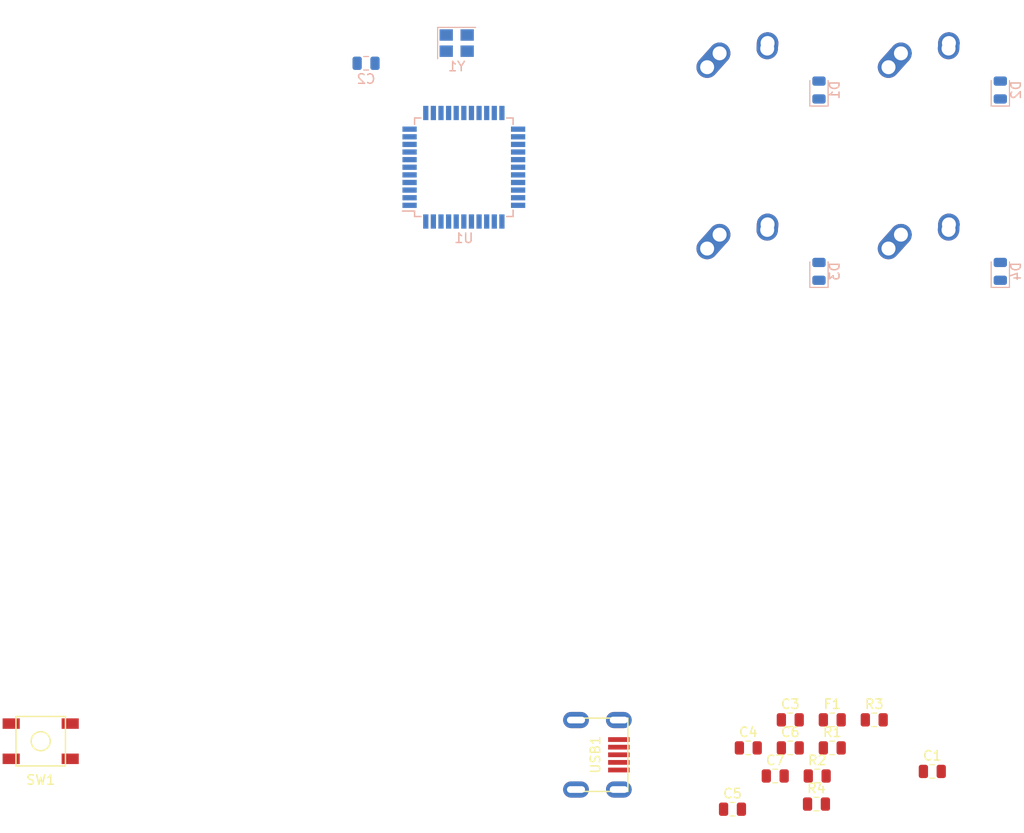
<source format=kicad_pcb>
(kicad_pcb (version 20171130) (host pcbnew "(5.1.5-0-10_14)")

  (general
    (thickness 1.6)
    (drawings 0)
    (tracks 0)
    (zones 0)
    (modules 24)
    (nets 50)
  )

  (page A4)
  (layers
    (0 F.Cu signal)
    (31 B.Cu signal)
    (32 B.Adhes user)
    (33 F.Adhes user)
    (34 B.Paste user)
    (35 F.Paste user)
    (36 B.SilkS user)
    (37 F.SilkS user)
    (38 B.Mask user)
    (39 F.Mask user)
    (40 Dwgs.User user)
    (41 Cmts.User user)
    (42 Eco1.User user)
    (43 Eco2.User user)
    (44 Edge.Cuts user)
    (45 Margin user)
    (46 B.CrtYd user)
    (47 F.CrtYd user)
    (48 B.Fab user)
    (49 F.Fab user)
  )

  (setup
    (last_trace_width 0.25)
    (trace_clearance 0.2)
    (zone_clearance 0.508)
    (zone_45_only no)
    (trace_min 0.2)
    (via_size 0.8)
    (via_drill 0.4)
    (via_min_size 0.4)
    (via_min_drill 0.3)
    (uvia_size 0.3)
    (uvia_drill 0.1)
    (uvias_allowed no)
    (uvia_min_size 0.2)
    (uvia_min_drill 0.1)
    (edge_width 0.05)
    (segment_width 0.2)
    (pcb_text_width 0.3)
    (pcb_text_size 1.5 1.5)
    (mod_edge_width 0.12)
    (mod_text_size 1 1)
    (mod_text_width 0.15)
    (pad_size 1.524 1.524)
    (pad_drill 0.762)
    (pad_to_mask_clearance 0.051)
    (solder_mask_min_width 0.25)
    (aux_axis_origin 0 0)
    (visible_elements FFFFFF7F)
    (pcbplotparams
      (layerselection 0x010fc_ffffffff)
      (usegerberextensions false)
      (usegerberattributes false)
      (usegerberadvancedattributes false)
      (creategerberjobfile false)
      (excludeedgelayer true)
      (linewidth 0.100000)
      (plotframeref false)
      (viasonmask false)
      (mode 1)
      (useauxorigin false)
      (hpglpennumber 1)
      (hpglpenspeed 20)
      (hpglpendiameter 15.000000)
      (psnegative false)
      (psa4output false)
      (plotreference true)
      (plotvalue true)
      (plotinvisibletext false)
      (padsonsilk false)
      (subtractmaskfromsilk false)
      (outputformat 1)
      (mirror false)
      (drillshape 1)
      (scaleselection 1)
      (outputdirectory ""))
  )

  (net 0 "")
  (net 1 GND)
  (net 2 "Net-(C1-Pad1)")
  (net 3 "Net-(C2-Pad1)")
  (net 4 "Net-(C3-Pad1)")
  (net 5 +5V)
  (net 6 "Net-(D1-Pad2)")
  (net 7 ROW0)
  (net 8 "Net-(D2-Pad2)")
  (net 9 "Net-(D3-Pad2)")
  (net 10 ROW1)
  (net 11 "Net-(D4-Pad2)")
  (net 12 VCC)
  (net 13 COL0)
  (net 14 COL1)
  (net 15 "Net-(R1-Pad2)")
  (net 16 D+)
  (net 17 "Net-(R2-Pad1)")
  (net 18 "Net-(R3-Pad2)")
  (net 19 "Net-(R3-Pad1)")
  (net 20 "Net-(R4-Pad2)")
  (net 21 "Net-(U1-Pad42)")
  (net 22 "Net-(U1-Pad41)")
  (net 23 "Net-(U1-Pad40)")
  (net 24 "Net-(U1-Pad39)")
  (net 25 "Net-(U1-Pad38)")
  (net 26 "Net-(U1-Pad37)")
  (net 27 "Net-(U1-Pad36)")
  (net 28 "Net-(U1-Pad32)")
  (net 29 "Net-(U1-Pad31)")
  (net 30 "Net-(U1-Pad30)")
  (net 31 "Net-(U1-Pad29)")
  (net 32 "Net-(U1-Pad28)")
  (net 33 "Net-(U1-Pad27)")
  (net 34 "Net-(U1-Pad26)")
  (net 35 "Net-(U1-Pad25)")
  (net 36 "Net-(U1-Pad22)")
  (net 37 "Net-(U1-Pad21)")
  (net 38 "Net-(U1-Pad20)")
  (net 39 "Net-(U1-Pad19)")
  (net 40 "Net-(U1-Pad18)")
  (net 41 "Net-(U1-Pad12)")
  (net 42 "Net-(U1-Pad11)")
  (net 43 "Net-(U1-Pad10)")
  (net 44 "Net-(U1-Pad9)")
  (net 45 "Net-(U1-Pad8)")
  (net 46 "Net-(U1-Pad1)")
  (net 47 "Net-(USB1-Pad6)")
  (net 48 D-)
  (net 49 "Net-(USB1-Pad2)")

  (net_class Default "This is the default net class."
    (clearance 0.2)
    (trace_width 0.25)
    (via_dia 0.8)
    (via_drill 0.4)
    (uvia_dia 0.3)
    (uvia_drill 0.1)
    (add_net +5V)
    (add_net COL0)
    (add_net COL1)
    (add_net D+)
    (add_net D-)
    (add_net GND)
    (add_net "Net-(C1-Pad1)")
    (add_net "Net-(C2-Pad1)")
    (add_net "Net-(C3-Pad1)")
    (add_net "Net-(D1-Pad2)")
    (add_net "Net-(D2-Pad2)")
    (add_net "Net-(D3-Pad2)")
    (add_net "Net-(D4-Pad2)")
    (add_net "Net-(R1-Pad2)")
    (add_net "Net-(R2-Pad1)")
    (add_net "Net-(R3-Pad1)")
    (add_net "Net-(R3-Pad2)")
    (add_net "Net-(R4-Pad2)")
    (add_net "Net-(U1-Pad1)")
    (add_net "Net-(U1-Pad10)")
    (add_net "Net-(U1-Pad11)")
    (add_net "Net-(U1-Pad12)")
    (add_net "Net-(U1-Pad18)")
    (add_net "Net-(U1-Pad19)")
    (add_net "Net-(U1-Pad20)")
    (add_net "Net-(U1-Pad21)")
    (add_net "Net-(U1-Pad22)")
    (add_net "Net-(U1-Pad25)")
    (add_net "Net-(U1-Pad26)")
    (add_net "Net-(U1-Pad27)")
    (add_net "Net-(U1-Pad28)")
    (add_net "Net-(U1-Pad29)")
    (add_net "Net-(U1-Pad30)")
    (add_net "Net-(U1-Pad31)")
    (add_net "Net-(U1-Pad32)")
    (add_net "Net-(U1-Pad36)")
    (add_net "Net-(U1-Pad37)")
    (add_net "Net-(U1-Pad38)")
    (add_net "Net-(U1-Pad39)")
    (add_net "Net-(U1-Pad40)")
    (add_net "Net-(U1-Pad41)")
    (add_net "Net-(U1-Pad42)")
    (add_net "Net-(U1-Pad8)")
    (add_net "Net-(U1-Pad9)")
    (add_net "Net-(USB1-Pad2)")
    (add_net "Net-(USB1-Pad6)")
    (add_net ROW0)
    (add_net ROW1)
    (add_net VCC)
  )

  (module MX_Alps_Hybrid:MX-1U-NoLED (layer F.Cu) (tedit 5A9F5203) (tstamp 5EB4F90B)
    (at 176.2125 70.64375)
    (path /5EB4CE4A)
    (fp_text reference MX4 (at 0 3.175) (layer Dwgs.User)
      (effects (font (size 1 1) (thickness 0.15)))
    )
    (fp_text value MX-NoLED (at 0 -7.9375) (layer Dwgs.User)
      (effects (font (size 1 1) (thickness 0.15)))
    )
    (fp_line (start -9.525 9.525) (end -9.525 -9.525) (layer Dwgs.User) (width 0.15))
    (fp_line (start 9.525 9.525) (end -9.525 9.525) (layer Dwgs.User) (width 0.15))
    (fp_line (start 9.525 -9.525) (end 9.525 9.525) (layer Dwgs.User) (width 0.15))
    (fp_line (start -9.525 -9.525) (end 9.525 -9.525) (layer Dwgs.User) (width 0.15))
    (fp_line (start -7 -7) (end -7 -5) (layer Dwgs.User) (width 0.15))
    (fp_line (start -5 -7) (end -7 -7) (layer Dwgs.User) (width 0.15))
    (fp_line (start -7 7) (end -5 7) (layer Dwgs.User) (width 0.15))
    (fp_line (start -7 5) (end -7 7) (layer Dwgs.User) (width 0.15))
    (fp_line (start 7 7) (end 7 5) (layer Dwgs.User) (width 0.15))
    (fp_line (start 5 7) (end 7 7) (layer Dwgs.User) (width 0.15))
    (fp_line (start 7 -7) (end 7 -5) (layer Dwgs.User) (width 0.15))
    (fp_line (start 5 -7) (end 7 -7) (layer Dwgs.User) (width 0.15))
    (pad "" np_thru_hole circle (at 5.08 0 48.0996) (size 1.75 1.75) (drill 1.75) (layers *.Cu *.Mask))
    (pad "" np_thru_hole circle (at -5.08 0 48.0996) (size 1.75 1.75) (drill 1.75) (layers *.Cu *.Mask))
    (pad 1 thru_hole circle (at -2.5 -4) (size 2.25 2.25) (drill 1.47) (layers *.Cu B.Mask)
      (net 14 COL1))
    (pad "" np_thru_hole circle (at 0 0) (size 3.9878 3.9878) (drill 3.9878) (layers *.Cu *.Mask))
    (pad 1 thru_hole oval (at -3.81 -2.54 48.0996) (size 4.211556 2.25) (drill 1.47 (offset 0.980778 0)) (layers *.Cu B.Mask)
      (net 14 COL1))
    (pad 2 thru_hole circle (at 2.54 -5.08) (size 2.25 2.25) (drill 1.47) (layers *.Cu B.Mask)
      (net 11 "Net-(D4-Pad2)"))
    (pad 2 thru_hole oval (at 2.5 -4.5 86.0548) (size 2.831378 2.25) (drill 1.47 (offset 0.290689 0)) (layers *.Cu B.Mask)
      (net 11 "Net-(D4-Pad2)"))
  )

  (module Crystal:Crystal_SMD_3225-4Pin_3.2x2.5mm (layer B.Cu) (tedit 5A0FD1B2) (tstamp 5EB51C06)
    (at 127.043 46.521)
    (descr "SMD Crystal SERIES SMD3225/4 http://www.txccrystal.com/images/pdf/7m-accuracy.pdf, 3.2x2.5mm^2 package")
    (tags "SMD SMT crystal")
    (path /5EB5EE07)
    (attr smd)
    (fp_text reference Y1 (at 0 2.45) (layer B.SilkS)
      (effects (font (size 1 1) (thickness 0.15)) (justify mirror))
    )
    (fp_text value 16MHz (at 0 -2.45) (layer B.Fab)
      (effects (font (size 1 1) (thickness 0.15)) (justify mirror))
    )
    (fp_line (start 2.1 1.7) (end -2.1 1.7) (layer B.CrtYd) (width 0.05))
    (fp_line (start 2.1 -1.7) (end 2.1 1.7) (layer B.CrtYd) (width 0.05))
    (fp_line (start -2.1 -1.7) (end 2.1 -1.7) (layer B.CrtYd) (width 0.05))
    (fp_line (start -2.1 1.7) (end -2.1 -1.7) (layer B.CrtYd) (width 0.05))
    (fp_line (start -2 -1.65) (end 2 -1.65) (layer B.SilkS) (width 0.12))
    (fp_line (start -2 1.65) (end -2 -1.65) (layer B.SilkS) (width 0.12))
    (fp_line (start -1.6 -0.25) (end -0.6 -1.25) (layer B.Fab) (width 0.1))
    (fp_line (start 1.6 1.25) (end -1.6 1.25) (layer B.Fab) (width 0.1))
    (fp_line (start 1.6 -1.25) (end 1.6 1.25) (layer B.Fab) (width 0.1))
    (fp_line (start -1.6 -1.25) (end 1.6 -1.25) (layer B.Fab) (width 0.1))
    (fp_line (start -1.6 1.25) (end -1.6 -1.25) (layer B.Fab) (width 0.1))
    (fp_text user %R (at 0 0) (layer B.Fab)
      (effects (font (size 0.7 0.7) (thickness 0.105)) (justify mirror))
    )
    (pad 4 smd rect (at -1.1 0.85) (size 1.4 1.2) (layers B.Cu B.Paste B.Mask)
      (net 1 GND))
    (pad 3 smd rect (at 1.1 0.85) (size 1.4 1.2) (layers B.Cu B.Paste B.Mask)
      (net 3 "Net-(C2-Pad1)"))
    (pad 2 smd rect (at 1.1 -0.85) (size 1.4 1.2) (layers B.Cu B.Paste B.Mask)
      (net 1 GND))
    (pad 1 smd rect (at -1.1 -0.85) (size 1.4 1.2) (layers B.Cu B.Paste B.Mask)
      (net 2 "Net-(C1-Pad1)"))
    (model ${KISYS3DMOD}/Crystal.3dshapes/Crystal_SMD_3225-4Pin_3.2x2.5mm.wrl
      (at (xyz 0 0 0))
      (scale (xyz 1 1 1))
      (rotate (xyz 0 0 0))
    )
  )

  (module random-keyboard-parts:Molex-0548190589 (layer F.Cu) (tedit 5C494815) (tstamp 5EB4F9D0)
    (at 139.57625 121.282)
    (path /5EB3B8A7)
    (attr smd)
    (fp_text reference USB1 (at 2.032 0 90) (layer F.SilkS)
      (effects (font (size 1 1) (thickness 0.15)))
    )
    (fp_text value Molex-0548190589 (at -5.08 0 90) (layer Dwgs.User)
      (effects (font (size 1 1) (thickness 0.15)))
    )
    (fp_text user %R (at 2 0 90) (layer F.CrtYd)
      (effects (font (size 1 1) (thickness 0.15)))
    )
    (fp_line (start 3.25 -1.25) (end 5.5 -1.25) (layer F.CrtYd) (width 0.15))
    (fp_line (start 5.5 -0.5) (end 3.25 -0.5) (layer F.CrtYd) (width 0.15))
    (fp_line (start 3.25 0.5) (end 5.5 0.5) (layer F.CrtYd) (width 0.15))
    (fp_line (start 5.5 1.25) (end 3.25 1.25) (layer F.CrtYd) (width 0.15))
    (fp_line (start 3.25 2) (end 5.5 2) (layer F.CrtYd) (width 0.15))
    (fp_line (start 3.25 -2) (end 3.25 2) (layer F.CrtYd) (width 0.15))
    (fp_line (start 5.5 -2) (end 3.25 -2) (layer F.CrtYd) (width 0.15))
    (fp_line (start -3.75 3.75) (end -3.75 -3.75) (layer F.CrtYd) (width 0.15))
    (fp_line (start 5.5 3.75) (end -3.75 3.75) (layer F.CrtYd) (width 0.15))
    (fp_line (start 5.5 -3.75) (end 5.5 3.75) (layer F.CrtYd) (width 0.15))
    (fp_line (start -3.75 -3.75) (end 5.5 -3.75) (layer F.CrtYd) (width 0.15))
    (fp_line (start 0 -3.85) (end 5.45 -3.85) (layer F.SilkS) (width 0.15))
    (fp_line (start 0 3.85) (end 5.45 3.85) (layer F.SilkS) (width 0.15))
    (fp_line (start 5.45 -3.85) (end 5.45 3.85) (layer F.SilkS) (width 0.15))
    (fp_line (start -3.75 -3.85) (end 0 -3.85) (layer Dwgs.User) (width 0.15))
    (fp_line (start -3.75 3.85) (end 0 3.85) (layer Dwgs.User) (width 0.15))
    (fp_line (start -1.75 -4.572) (end -1.75 4.572) (layer Dwgs.User) (width 0.15))
    (fp_line (start -3.75 -3.85) (end -3.75 3.85) (layer Dwgs.User) (width 0.15))
    (pad 6 thru_hole oval (at 0 -3.65) (size 2.7 1.7) (drill oval 1.9 0.7) (layers *.Cu *.Mask)
      (net 47 "Net-(USB1-Pad6)"))
    (pad 6 thru_hole oval (at 0 3.65) (size 2.7 1.7) (drill oval 1.9 0.7) (layers *.Cu *.Mask)
      (net 47 "Net-(USB1-Pad6)"))
    (pad 6 thru_hole oval (at 4.5 3.65) (size 2.7 1.7) (drill oval 1.9 0.7) (layers *.Cu *.Mask)
      (net 47 "Net-(USB1-Pad6)"))
    (pad 6 thru_hole oval (at 4.5 -3.65) (size 2.7 1.7) (drill oval 1.9 0.7) (layers *.Cu *.Mask)
      (net 47 "Net-(USB1-Pad6)"))
    (pad 5 smd rect (at 4.5 -1.6) (size 2.25 0.5) (layers F.Cu F.Paste F.Mask)
      (net 12 VCC))
    (pad 4 smd rect (at 4.5 -0.8) (size 2.25 0.5) (layers F.Cu F.Paste F.Mask)
      (net 48 D-))
    (pad 3 smd rect (at 4.5 0) (size 2.25 0.5) (layers F.Cu F.Paste F.Mask)
      (net 16 D+))
    (pad 2 smd rect (at 4.5 0.8) (size 2.25 0.5) (layers F.Cu F.Paste F.Mask)
      (net 49 "Net-(USB1-Pad2)"))
    (pad 1 smd rect (at 4.5 1.6) (size 2.25 0.5) (layers F.Cu F.Paste F.Mask)
      (net 1 GND))
  )

  (module Package_QFP:TQFP-44_10x10mm_P0.8mm (layer B.Cu) (tedit 5A02F146) (tstamp 5EB4F9B0)
    (at 127.79375 59.563)
    (descr "44-Lead Plastic Thin Quad Flatpack (PT) - 10x10x1.0 mm Body [TQFP] (see Microchip Packaging Specification 00000049BS.pdf)")
    (tags "QFP 0.8")
    (path /5EB3A01B)
    (attr smd)
    (fp_text reference U1 (at 0 7.45) (layer B.SilkS)
      (effects (font (size 1 1) (thickness 0.15)) (justify mirror))
    )
    (fp_text value ATmega32U4-AU (at 0 -7.45) (layer B.Fab)
      (effects (font (size 1 1) (thickness 0.15)) (justify mirror))
    )
    (fp_line (start -5.175 4.6) (end -6.45 4.6) (layer B.SilkS) (width 0.15))
    (fp_line (start 5.175 5.175) (end 4.5 5.175) (layer B.SilkS) (width 0.15))
    (fp_line (start 5.175 -5.175) (end 4.5 -5.175) (layer B.SilkS) (width 0.15))
    (fp_line (start -5.175 -5.175) (end -4.5 -5.175) (layer B.SilkS) (width 0.15))
    (fp_line (start -5.175 5.175) (end -4.5 5.175) (layer B.SilkS) (width 0.15))
    (fp_line (start -5.175 -5.175) (end -5.175 -4.5) (layer B.SilkS) (width 0.15))
    (fp_line (start 5.175 -5.175) (end 5.175 -4.5) (layer B.SilkS) (width 0.15))
    (fp_line (start 5.175 5.175) (end 5.175 4.5) (layer B.SilkS) (width 0.15))
    (fp_line (start -5.175 5.175) (end -5.175 4.6) (layer B.SilkS) (width 0.15))
    (fp_line (start -6.7 -6.7) (end 6.7 -6.7) (layer B.CrtYd) (width 0.05))
    (fp_line (start -6.7 6.7) (end 6.7 6.7) (layer B.CrtYd) (width 0.05))
    (fp_line (start 6.7 6.7) (end 6.7 -6.7) (layer B.CrtYd) (width 0.05))
    (fp_line (start -6.7 6.7) (end -6.7 -6.7) (layer B.CrtYd) (width 0.05))
    (fp_line (start -5 4) (end -4 5) (layer B.Fab) (width 0.15))
    (fp_line (start -5 -5) (end -5 4) (layer B.Fab) (width 0.15))
    (fp_line (start 5 -5) (end -5 -5) (layer B.Fab) (width 0.15))
    (fp_line (start 5 5) (end 5 -5) (layer B.Fab) (width 0.15))
    (fp_line (start -4 5) (end 5 5) (layer B.Fab) (width 0.15))
    (fp_text user %R (at 2.9425 -6.02125) (layer B.Fab)
      (effects (font (size 1 1) (thickness 0.15)) (justify mirror))
    )
    (pad 44 smd rect (at -4 5.7 270) (size 1.5 0.55) (layers B.Cu B.Paste B.Mask)
      (net 5 +5V))
    (pad 43 smd rect (at -3.2 5.7 270) (size 1.5 0.55) (layers B.Cu B.Paste B.Mask)
      (net 1 GND))
    (pad 42 smd rect (at -2.4 5.7 270) (size 1.5 0.55) (layers B.Cu B.Paste B.Mask)
      (net 21 "Net-(U1-Pad42)"))
    (pad 41 smd rect (at -1.6 5.7 270) (size 1.5 0.55) (layers B.Cu B.Paste B.Mask)
      (net 22 "Net-(U1-Pad41)"))
    (pad 40 smd rect (at -0.8 5.7 270) (size 1.5 0.55) (layers B.Cu B.Paste B.Mask)
      (net 23 "Net-(U1-Pad40)"))
    (pad 39 smd rect (at 0 5.7 270) (size 1.5 0.55) (layers B.Cu B.Paste B.Mask)
      (net 24 "Net-(U1-Pad39)"))
    (pad 38 smd rect (at 0.8 5.7 270) (size 1.5 0.55) (layers B.Cu B.Paste B.Mask)
      (net 25 "Net-(U1-Pad38)"))
    (pad 37 smd rect (at 1.6 5.7 270) (size 1.5 0.55) (layers B.Cu B.Paste B.Mask)
      (net 26 "Net-(U1-Pad37)"))
    (pad 36 smd rect (at 2.4 5.7 270) (size 1.5 0.55) (layers B.Cu B.Paste B.Mask)
      (net 27 "Net-(U1-Pad36)"))
    (pad 35 smd rect (at 3.2 5.7 270) (size 1.5 0.55) (layers B.Cu B.Paste B.Mask)
      (net 1 GND))
    (pad 34 smd rect (at 4 5.7 270) (size 1.5 0.55) (layers B.Cu B.Paste B.Mask)
      (net 5 +5V))
    (pad 33 smd rect (at 5.7 4) (size 1.5 0.55) (layers B.Cu B.Paste B.Mask)
      (net 20 "Net-(R4-Pad2)"))
    (pad 32 smd rect (at 5.7 3.2) (size 1.5 0.55) (layers B.Cu B.Paste B.Mask)
      (net 28 "Net-(U1-Pad32)"))
    (pad 31 smd rect (at 5.7 2.4) (size 1.5 0.55) (layers B.Cu B.Paste B.Mask)
      (net 29 "Net-(U1-Pad31)"))
    (pad 30 smd rect (at 5.7 1.6) (size 1.5 0.55) (layers B.Cu B.Paste B.Mask)
      (net 30 "Net-(U1-Pad30)"))
    (pad 29 smd rect (at 5.7 0.8) (size 1.5 0.55) (layers B.Cu B.Paste B.Mask)
      (net 31 "Net-(U1-Pad29)"))
    (pad 28 smd rect (at 5.7 0) (size 1.5 0.55) (layers B.Cu B.Paste B.Mask)
      (net 32 "Net-(U1-Pad28)"))
    (pad 27 smd rect (at 5.7 -0.8) (size 1.5 0.55) (layers B.Cu B.Paste B.Mask)
      (net 33 "Net-(U1-Pad27)"))
    (pad 26 smd rect (at 5.7 -1.6) (size 1.5 0.55) (layers B.Cu B.Paste B.Mask)
      (net 34 "Net-(U1-Pad26)"))
    (pad 25 smd rect (at 5.7 -2.4) (size 1.5 0.55) (layers B.Cu B.Paste B.Mask)
      (net 35 "Net-(U1-Pad25)"))
    (pad 24 smd rect (at 5.7 -3.2) (size 1.5 0.55) (layers B.Cu B.Paste B.Mask)
      (net 5 +5V))
    (pad 23 smd rect (at 5.7 -4) (size 1.5 0.55) (layers B.Cu B.Paste B.Mask)
      (net 1 GND))
    (pad 22 smd rect (at 4 -5.7 270) (size 1.5 0.55) (layers B.Cu B.Paste B.Mask)
      (net 36 "Net-(U1-Pad22)"))
    (pad 21 smd rect (at 3.2 -5.7 270) (size 1.5 0.55) (layers B.Cu B.Paste B.Mask)
      (net 37 "Net-(U1-Pad21)"))
    (pad 20 smd rect (at 2.4 -5.7 270) (size 1.5 0.55) (layers B.Cu B.Paste B.Mask)
      (net 38 "Net-(U1-Pad20)"))
    (pad 19 smd rect (at 1.6 -5.7 270) (size 1.5 0.55) (layers B.Cu B.Paste B.Mask)
      (net 39 "Net-(U1-Pad19)"))
    (pad 18 smd rect (at 0.8 -5.7 270) (size 1.5 0.55) (layers B.Cu B.Paste B.Mask)
      (net 40 "Net-(U1-Pad18)"))
    (pad 17 smd rect (at 0 -5.7 270) (size 1.5 0.55) (layers B.Cu B.Paste B.Mask)
      (net 2 "Net-(C1-Pad1)"))
    (pad 16 smd rect (at -0.8 -5.7 270) (size 1.5 0.55) (layers B.Cu B.Paste B.Mask)
      (net 3 "Net-(C2-Pad1)"))
    (pad 15 smd rect (at -1.6 -5.7 270) (size 1.5 0.55) (layers B.Cu B.Paste B.Mask)
      (net 1 GND))
    (pad 14 smd rect (at -2.4 -5.7 270) (size 1.5 0.55) (layers B.Cu B.Paste B.Mask)
      (net 5 +5V))
    (pad 13 smd rect (at -3.2 -5.7 270) (size 1.5 0.55) (layers B.Cu B.Paste B.Mask)
      (net 15 "Net-(R1-Pad2)"))
    (pad 12 smd rect (at -4 -5.7 270) (size 1.5 0.55) (layers B.Cu B.Paste B.Mask)
      (net 41 "Net-(U1-Pad12)"))
    (pad 11 smd rect (at -5.7 -4) (size 1.5 0.55) (layers B.Cu B.Paste B.Mask)
      (net 42 "Net-(U1-Pad11)"))
    (pad 10 smd rect (at -5.7 -3.2) (size 1.5 0.55) (layers B.Cu B.Paste B.Mask)
      (net 43 "Net-(U1-Pad10)"))
    (pad 9 smd rect (at -5.7 -2.4) (size 1.5 0.55) (layers B.Cu B.Paste B.Mask)
      (net 44 "Net-(U1-Pad9)"))
    (pad 8 smd rect (at -5.7 -1.6) (size 1.5 0.55) (layers B.Cu B.Paste B.Mask)
      (net 45 "Net-(U1-Pad8)"))
    (pad 7 smd rect (at -5.7 -0.8) (size 1.5 0.55) (layers B.Cu B.Paste B.Mask)
      (net 5 +5V))
    (pad 6 smd rect (at -5.7 0) (size 1.5 0.55) (layers B.Cu B.Paste B.Mask)
      (net 4 "Net-(C3-Pad1)"))
    (pad 5 smd rect (at -5.7 0.8) (size 1.5 0.55) (layers B.Cu B.Paste B.Mask)
      (net 1 GND))
    (pad 4 smd rect (at -5.7 1.6) (size 1.5 0.55) (layers B.Cu B.Paste B.Mask)
      (net 17 "Net-(R2-Pad1)"))
    (pad 3 smd rect (at -5.7 2.4) (size 1.5 0.55) (layers B.Cu B.Paste B.Mask)
      (net 19 "Net-(R3-Pad1)"))
    (pad 2 smd rect (at -5.7 3.2) (size 1.5 0.55) (layers B.Cu B.Paste B.Mask)
      (net 5 +5V))
    (pad 1 smd rect (at -5.7 4) (size 1.5 0.55) (layers B.Cu B.Paste B.Mask)
      (net 46 "Net-(U1-Pad1)"))
    (model ${KISYS3DMOD}/Package_QFP.3dshapes/TQFP-44_10x10mm_P0.8mm.wrl
      (at (xyz 0 0 0))
      (scale (xyz 1 1 1))
      (rotate (xyz 0 0 0))
    )
  )

  (module random-keyboard-parts:SKQG-1155865 (layer F.Cu) (tedit 5E62B398) (tstamp 5EB4F96D)
    (at 83.34375 119.85625)
    (path /5EB687C0)
    (attr smd)
    (fp_text reference SW1 (at 0 4.064) (layer F.SilkS)
      (effects (font (size 1 1) (thickness 0.15)))
    )
    (fp_text value SW_Push (at 0 -4.064) (layer F.Fab)
      (effects (font (size 1 1) (thickness 0.15)))
    )
    (fp_line (start -2.6 -2.6) (end 2.6 -2.6) (layer F.SilkS) (width 0.15))
    (fp_line (start 2.6 -2.6) (end 2.6 2.6) (layer F.SilkS) (width 0.15))
    (fp_line (start 2.6 2.6) (end -2.6 2.6) (layer F.SilkS) (width 0.15))
    (fp_line (start -2.6 2.6) (end -2.6 -2.6) (layer F.SilkS) (width 0.15))
    (fp_circle (center 0 0) (end 1 0) (layer F.SilkS) (width 0.15))
    (fp_line (start -4.2 -2.6) (end 4.2 -2.6) (layer F.Fab) (width 0.15))
    (fp_line (start 4.2 -2.6) (end 4.2 -1.2) (layer F.Fab) (width 0.15))
    (fp_line (start 4.2 -1.1) (end 2.6 -1.1) (layer F.Fab) (width 0.15))
    (fp_line (start 2.6 -1.1) (end 2.6 1.1) (layer F.Fab) (width 0.15))
    (fp_line (start 2.6 1.1) (end 4.2 1.1) (layer F.Fab) (width 0.15))
    (fp_line (start 4.2 1.1) (end 4.2 2.6) (layer F.Fab) (width 0.15))
    (fp_line (start 4.2 2.6) (end -4.2 2.6) (layer F.Fab) (width 0.15))
    (fp_line (start -4.2 2.6) (end -4.2 1.1) (layer F.Fab) (width 0.15))
    (fp_line (start -4.2 1.1) (end -2.6 1.1) (layer F.Fab) (width 0.15))
    (fp_line (start -2.6 1.1) (end -2.6 -1.1) (layer F.Fab) (width 0.15))
    (fp_line (start -2.6 -1.1) (end -4.2 -1.1) (layer F.Fab) (width 0.15))
    (fp_line (start -4.2 -1.1) (end -4.2 -2.6) (layer F.Fab) (width 0.15))
    (fp_circle (center 0 0) (end 1 0) (layer F.Fab) (width 0.15))
    (fp_line (start -2.6 -1.1) (end -1.1 -2.6) (layer F.Fab) (width 0.15))
    (fp_line (start 2.6 -1.1) (end 1.1 -2.6) (layer F.Fab) (width 0.15))
    (fp_line (start 2.6 1.1) (end 1.1 2.6) (layer F.Fab) (width 0.15))
    (fp_line (start -2.6 1.1) (end -1.1 2.6) (layer F.Fab) (width 0.15))
    (pad 4 smd rect (at -3.1 1.85) (size 1.8 1.1) (layers F.Cu F.Paste F.Mask))
    (pad 3 smd rect (at 3.1 -1.85) (size 1.8 1.1) (layers F.Cu F.Paste F.Mask))
    (pad 2 smd rect (at -3.1 -1.85) (size 1.8 1.1) (layers F.Cu F.Paste F.Mask)
      (net 15 "Net-(R1-Pad2)"))
    (pad 1 smd rect (at 3.1 1.85) (size 1.8 1.1) (layers F.Cu F.Paste F.Mask)
      (net 1 GND))
    (model ${KISYS3DMOD}/Button_Switch_SMD.3dshapes/SW_SPST_TL3342.step
      (at (xyz 0 0 0))
      (scale (xyz 1 1 1))
      (rotate (xyz 0 0 0))
    )
  )

  (module Resistor_SMD:R_0805_2012Metric (layer F.Cu) (tedit 5B36C52B) (tstamp 5EB4F94F)
    (at 164.83625 126.46)
    (descr "Resistor SMD 0805 (2012 Metric), square (rectangular) end terminal, IPC_7351 nominal, (Body size source: https://docs.google.com/spreadsheets/d/1BsfQQcO9C6DZCsRaXUlFlo91Tg2WpOkGARC1WS5S8t0/edit?usp=sharing), generated with kicad-footprint-generator")
    (tags resistor)
    (path /5EB4D3F4)
    (attr smd)
    (fp_text reference R4 (at 0 -1.65) (layer F.SilkS)
      (effects (font (size 1 1) (thickness 0.15)))
    )
    (fp_text value 10k (at 0 1.65) (layer F.Fab)
      (effects (font (size 1 1) (thickness 0.15)))
    )
    (fp_text user %R (at 0 0) (layer F.Fab)
      (effects (font (size 0.5 0.5) (thickness 0.08)))
    )
    (fp_line (start 1.68 0.95) (end -1.68 0.95) (layer F.CrtYd) (width 0.05))
    (fp_line (start 1.68 -0.95) (end 1.68 0.95) (layer F.CrtYd) (width 0.05))
    (fp_line (start -1.68 -0.95) (end 1.68 -0.95) (layer F.CrtYd) (width 0.05))
    (fp_line (start -1.68 0.95) (end -1.68 -0.95) (layer F.CrtYd) (width 0.05))
    (fp_line (start -0.258578 0.71) (end 0.258578 0.71) (layer F.SilkS) (width 0.12))
    (fp_line (start -0.258578 -0.71) (end 0.258578 -0.71) (layer F.SilkS) (width 0.12))
    (fp_line (start 1 0.6) (end -1 0.6) (layer F.Fab) (width 0.1))
    (fp_line (start 1 -0.6) (end 1 0.6) (layer F.Fab) (width 0.1))
    (fp_line (start -1 -0.6) (end 1 -0.6) (layer F.Fab) (width 0.1))
    (fp_line (start -1 0.6) (end -1 -0.6) (layer F.Fab) (width 0.1))
    (pad 2 smd roundrect (at 0.9375 0) (size 0.975 1.4) (layers F.Cu F.Paste F.Mask) (roundrect_rratio 0.25)
      (net 20 "Net-(R4-Pad2)"))
    (pad 1 smd roundrect (at -0.9375 0) (size 0.975 1.4) (layers F.Cu F.Paste F.Mask) (roundrect_rratio 0.25)
      (net 1 GND))
    (model ${KISYS3DMOD}/Resistor_SMD.3dshapes/R_0805_2012Metric.wrl
      (at (xyz 0 0 0))
      (scale (xyz 1 1 1))
      (rotate (xyz 0 0 0))
    )
  )

  (module Resistor_SMD:R_0805_2012Metric (layer F.Cu) (tedit 5B36C52B) (tstamp 5EB4F93E)
    (at 170.90625 117.61)
    (descr "Resistor SMD 0805 (2012 Metric), square (rectangular) end terminal, IPC_7351 nominal, (Body size source: https://docs.google.com/spreadsheets/d/1BsfQQcO9C6DZCsRaXUlFlo91Tg2WpOkGARC1WS5S8t0/edit?usp=sharing), generated with kicad-footprint-generator")
    (tags resistor)
    (path /5EB6F859)
    (attr smd)
    (fp_text reference R3 (at 0 -1.65) (layer F.SilkS)
      (effects (font (size 1 1) (thickness 0.15)))
    )
    (fp_text value 22 (at 0 1.65) (layer F.Fab)
      (effects (font (size 1 1) (thickness 0.15)))
    )
    (fp_text user %R (at 0 0) (layer F.Fab)
      (effects (font (size 0.5 0.5) (thickness 0.08)))
    )
    (fp_line (start 1.68 0.95) (end -1.68 0.95) (layer F.CrtYd) (width 0.05))
    (fp_line (start 1.68 -0.95) (end 1.68 0.95) (layer F.CrtYd) (width 0.05))
    (fp_line (start -1.68 -0.95) (end 1.68 -0.95) (layer F.CrtYd) (width 0.05))
    (fp_line (start -1.68 0.95) (end -1.68 -0.95) (layer F.CrtYd) (width 0.05))
    (fp_line (start -0.258578 0.71) (end 0.258578 0.71) (layer F.SilkS) (width 0.12))
    (fp_line (start -0.258578 -0.71) (end 0.258578 -0.71) (layer F.SilkS) (width 0.12))
    (fp_line (start 1 0.6) (end -1 0.6) (layer F.Fab) (width 0.1))
    (fp_line (start 1 -0.6) (end 1 0.6) (layer F.Fab) (width 0.1))
    (fp_line (start -1 -0.6) (end 1 -0.6) (layer F.Fab) (width 0.1))
    (fp_line (start -1 0.6) (end -1 -0.6) (layer F.Fab) (width 0.1))
    (pad 2 smd roundrect (at 0.9375 0) (size 0.975 1.4) (layers F.Cu F.Paste F.Mask) (roundrect_rratio 0.25)
      (net 18 "Net-(R3-Pad2)"))
    (pad 1 smd roundrect (at -0.9375 0) (size 0.975 1.4) (layers F.Cu F.Paste F.Mask) (roundrect_rratio 0.25)
      (net 19 "Net-(R3-Pad1)"))
    (model ${KISYS3DMOD}/Resistor_SMD.3dshapes/R_0805_2012Metric.wrl
      (at (xyz 0 0 0))
      (scale (xyz 1 1 1))
      (rotate (xyz 0 0 0))
    )
  )

  (module Resistor_SMD:R_0805_2012Metric (layer F.Cu) (tedit 5B36C52B) (tstamp 5EB4F92D)
    (at 164.91625 123.51)
    (descr "Resistor SMD 0805 (2012 Metric), square (rectangular) end terminal, IPC_7351 nominal, (Body size source: https://docs.google.com/spreadsheets/d/1BsfQQcO9C6DZCsRaXUlFlo91Tg2WpOkGARC1WS5S8t0/edit?usp=sharing), generated with kicad-footprint-generator")
    (tags resistor)
    (path /5EB6E8DF)
    (attr smd)
    (fp_text reference R2 (at 0 -1.65) (layer F.SilkS)
      (effects (font (size 1 1) (thickness 0.15)))
    )
    (fp_text value 22 (at 0 1.65) (layer F.Fab)
      (effects (font (size 1 1) (thickness 0.15)))
    )
    (fp_text user %R (at 0 0) (layer F.Fab)
      (effects (font (size 0.5 0.5) (thickness 0.08)))
    )
    (fp_line (start 1.68 0.95) (end -1.68 0.95) (layer F.CrtYd) (width 0.05))
    (fp_line (start 1.68 -0.95) (end 1.68 0.95) (layer F.CrtYd) (width 0.05))
    (fp_line (start -1.68 -0.95) (end 1.68 -0.95) (layer F.CrtYd) (width 0.05))
    (fp_line (start -1.68 0.95) (end -1.68 -0.95) (layer F.CrtYd) (width 0.05))
    (fp_line (start -0.258578 0.71) (end 0.258578 0.71) (layer F.SilkS) (width 0.12))
    (fp_line (start -0.258578 -0.71) (end 0.258578 -0.71) (layer F.SilkS) (width 0.12))
    (fp_line (start 1 0.6) (end -1 0.6) (layer F.Fab) (width 0.1))
    (fp_line (start 1 -0.6) (end 1 0.6) (layer F.Fab) (width 0.1))
    (fp_line (start -1 -0.6) (end 1 -0.6) (layer F.Fab) (width 0.1))
    (fp_line (start -1 0.6) (end -1 -0.6) (layer F.Fab) (width 0.1))
    (pad 2 smd roundrect (at 0.9375 0) (size 0.975 1.4) (layers F.Cu F.Paste F.Mask) (roundrect_rratio 0.25)
      (net 16 D+))
    (pad 1 smd roundrect (at -0.9375 0) (size 0.975 1.4) (layers F.Cu F.Paste F.Mask) (roundrect_rratio 0.25)
      (net 17 "Net-(R2-Pad1)"))
    (model ${KISYS3DMOD}/Resistor_SMD.3dshapes/R_0805_2012Metric.wrl
      (at (xyz 0 0 0))
      (scale (xyz 1 1 1))
      (rotate (xyz 0 0 0))
    )
  )

  (module Resistor_SMD:R_0805_2012Metric (layer F.Cu) (tedit 5B36C52B) (tstamp 5EB4F91C)
    (at 166.49625 120.56)
    (descr "Resistor SMD 0805 (2012 Metric), square (rectangular) end terminal, IPC_7351 nominal, (Body size source: https://docs.google.com/spreadsheets/d/1BsfQQcO9C6DZCsRaXUlFlo91Tg2WpOkGARC1WS5S8t0/edit?usp=sharing), generated with kicad-footprint-generator")
    (tags resistor)
    (path /5EB6B396)
    (attr smd)
    (fp_text reference R1 (at 0 -1.65) (layer F.SilkS)
      (effects (font (size 1 1) (thickness 0.15)))
    )
    (fp_text value 10k (at 0 1.65) (layer F.Fab)
      (effects (font (size 1 1) (thickness 0.15)))
    )
    (fp_text user %R (at 0 0) (layer F.Fab)
      (effects (font (size 0.5 0.5) (thickness 0.08)))
    )
    (fp_line (start 1.68 0.95) (end -1.68 0.95) (layer F.CrtYd) (width 0.05))
    (fp_line (start 1.68 -0.95) (end 1.68 0.95) (layer F.CrtYd) (width 0.05))
    (fp_line (start -1.68 -0.95) (end 1.68 -0.95) (layer F.CrtYd) (width 0.05))
    (fp_line (start -1.68 0.95) (end -1.68 -0.95) (layer F.CrtYd) (width 0.05))
    (fp_line (start -0.258578 0.71) (end 0.258578 0.71) (layer F.SilkS) (width 0.12))
    (fp_line (start -0.258578 -0.71) (end 0.258578 -0.71) (layer F.SilkS) (width 0.12))
    (fp_line (start 1 0.6) (end -1 0.6) (layer F.Fab) (width 0.1))
    (fp_line (start 1 -0.6) (end 1 0.6) (layer F.Fab) (width 0.1))
    (fp_line (start -1 -0.6) (end 1 -0.6) (layer F.Fab) (width 0.1))
    (fp_line (start -1 0.6) (end -1 -0.6) (layer F.Fab) (width 0.1))
    (pad 2 smd roundrect (at 0.9375 0) (size 0.975 1.4) (layers F.Cu F.Paste F.Mask) (roundrect_rratio 0.25)
      (net 15 "Net-(R1-Pad2)"))
    (pad 1 smd roundrect (at -0.9375 0) (size 0.975 1.4) (layers F.Cu F.Paste F.Mask) (roundrect_rratio 0.25)
      (net 5 +5V))
    (model ${KISYS3DMOD}/Resistor_SMD.3dshapes/R_0805_2012Metric.wrl
      (at (xyz 0 0 0))
      (scale (xyz 1 1 1))
      (rotate (xyz 0 0 0))
    )
  )

  (module MX_Alps_Hybrid:MX-1U-NoLED (layer F.Cu) (tedit 5A9F5203) (tstamp 5EB4F8FA)
    (at 157.1625 70.64375)
    (path /5EB4C561)
    (fp_text reference MX3 (at 0 3.175) (layer Dwgs.User)
      (effects (font (size 1 1) (thickness 0.15)))
    )
    (fp_text value MX-NoLED (at 0 -7.9375) (layer Dwgs.User)
      (effects (font (size 1 1) (thickness 0.15)))
    )
    (fp_line (start -9.525 9.525) (end -9.525 -9.525) (layer Dwgs.User) (width 0.15))
    (fp_line (start 9.525 9.525) (end -9.525 9.525) (layer Dwgs.User) (width 0.15))
    (fp_line (start 9.525 -9.525) (end 9.525 9.525) (layer Dwgs.User) (width 0.15))
    (fp_line (start -9.525 -9.525) (end 9.525 -9.525) (layer Dwgs.User) (width 0.15))
    (fp_line (start -7 -7) (end -7 -5) (layer Dwgs.User) (width 0.15))
    (fp_line (start -5 -7) (end -7 -7) (layer Dwgs.User) (width 0.15))
    (fp_line (start -7 7) (end -5 7) (layer Dwgs.User) (width 0.15))
    (fp_line (start -7 5) (end -7 7) (layer Dwgs.User) (width 0.15))
    (fp_line (start 7 7) (end 7 5) (layer Dwgs.User) (width 0.15))
    (fp_line (start 5 7) (end 7 7) (layer Dwgs.User) (width 0.15))
    (fp_line (start 7 -7) (end 7 -5) (layer Dwgs.User) (width 0.15))
    (fp_line (start 5 -7) (end 7 -7) (layer Dwgs.User) (width 0.15))
    (pad "" np_thru_hole circle (at 5.08 0 48.0996) (size 1.75 1.75) (drill 1.75) (layers *.Cu *.Mask))
    (pad "" np_thru_hole circle (at -5.08 0 48.0996) (size 1.75 1.75) (drill 1.75) (layers *.Cu *.Mask))
    (pad 1 thru_hole circle (at -2.5 -4) (size 2.25 2.25) (drill 1.47) (layers *.Cu B.Mask)
      (net 13 COL0))
    (pad "" np_thru_hole circle (at 0 0) (size 3.9878 3.9878) (drill 3.9878) (layers *.Cu *.Mask))
    (pad 1 thru_hole oval (at -3.81 -2.54 48.0996) (size 4.211556 2.25) (drill 1.47 (offset 0.980778 0)) (layers *.Cu B.Mask)
      (net 13 COL0))
    (pad 2 thru_hole circle (at 2.54 -5.08) (size 2.25 2.25) (drill 1.47) (layers *.Cu B.Mask)
      (net 9 "Net-(D3-Pad2)"))
    (pad 2 thru_hole oval (at 2.5 -4.5 86.0548) (size 2.831378 2.25) (drill 1.47 (offset 0.290689 0)) (layers *.Cu B.Mask)
      (net 9 "Net-(D3-Pad2)"))
  )

  (module MX_Alps_Hybrid:MX-1U-NoLED (layer F.Cu) (tedit 5A9F5203) (tstamp 5EB4F8E3)
    (at 176.2125 51.59375)
    (path /5EB4BD40)
    (fp_text reference MX2 (at 0 3.175) (layer Dwgs.User)
      (effects (font (size 1 1) (thickness 0.15)))
    )
    (fp_text value MX-NoLED (at 0 -7.9375) (layer Dwgs.User)
      (effects (font (size 1 1) (thickness 0.15)))
    )
    (fp_line (start -9.525 9.525) (end -9.525 -9.525) (layer Dwgs.User) (width 0.15))
    (fp_line (start 9.525 9.525) (end -9.525 9.525) (layer Dwgs.User) (width 0.15))
    (fp_line (start 9.525 -9.525) (end 9.525 9.525) (layer Dwgs.User) (width 0.15))
    (fp_line (start -9.525 -9.525) (end 9.525 -9.525) (layer Dwgs.User) (width 0.15))
    (fp_line (start -7 -7) (end -7 -5) (layer Dwgs.User) (width 0.15))
    (fp_line (start -5 -7) (end -7 -7) (layer Dwgs.User) (width 0.15))
    (fp_line (start -7 7) (end -5 7) (layer Dwgs.User) (width 0.15))
    (fp_line (start -7 5) (end -7 7) (layer Dwgs.User) (width 0.15))
    (fp_line (start 7 7) (end 7 5) (layer Dwgs.User) (width 0.15))
    (fp_line (start 5 7) (end 7 7) (layer Dwgs.User) (width 0.15))
    (fp_line (start 7 -7) (end 7 -5) (layer Dwgs.User) (width 0.15))
    (fp_line (start 5 -7) (end 7 -7) (layer Dwgs.User) (width 0.15))
    (pad "" np_thru_hole circle (at 5.08 0 48.0996) (size 1.75 1.75) (drill 1.75) (layers *.Cu *.Mask))
    (pad "" np_thru_hole circle (at -5.08 0 48.0996) (size 1.75 1.75) (drill 1.75) (layers *.Cu *.Mask))
    (pad 1 thru_hole circle (at -2.5 -4) (size 2.25 2.25) (drill 1.47) (layers *.Cu B.Mask)
      (net 14 COL1))
    (pad "" np_thru_hole circle (at 0 0) (size 3.9878 3.9878) (drill 3.9878) (layers *.Cu *.Mask))
    (pad 1 thru_hole oval (at -3.81 -2.54 48.0996) (size 4.211556 2.25) (drill 1.47 (offset 0.980778 0)) (layers *.Cu B.Mask)
      (net 14 COL1))
    (pad 2 thru_hole circle (at 2.54 -5.08) (size 2.25 2.25) (drill 1.47) (layers *.Cu B.Mask)
      (net 8 "Net-(D2-Pad2)"))
    (pad 2 thru_hole oval (at 2.5 -4.5 86.0548) (size 2.831378 2.25) (drill 1.47 (offset 0.290689 0)) (layers *.Cu B.Mask)
      (net 8 "Net-(D2-Pad2)"))
  )

  (module MX_Alps_Hybrid:MX-1U-NoLED (layer F.Cu) (tedit 5A9F5203) (tstamp 5EB4F8CC)
    (at 157.1625 51.59375)
    (path /5EB4A848)
    (fp_text reference MX1 (at 0 3.175) (layer Dwgs.User)
      (effects (font (size 1 1) (thickness 0.15)))
    )
    (fp_text value MX-NoLED (at 0 -7.9375) (layer Dwgs.User)
      (effects (font (size 1 1) (thickness 0.15)))
    )
    (fp_line (start -9.525 9.525) (end -9.525 -9.525) (layer Dwgs.User) (width 0.15))
    (fp_line (start 9.525 9.525) (end -9.525 9.525) (layer Dwgs.User) (width 0.15))
    (fp_line (start 9.525 -9.525) (end 9.525 9.525) (layer Dwgs.User) (width 0.15))
    (fp_line (start -9.525 -9.525) (end 9.525 -9.525) (layer Dwgs.User) (width 0.15))
    (fp_line (start -7 -7) (end -7 -5) (layer Dwgs.User) (width 0.15))
    (fp_line (start -5 -7) (end -7 -7) (layer Dwgs.User) (width 0.15))
    (fp_line (start -7 7) (end -5 7) (layer Dwgs.User) (width 0.15))
    (fp_line (start -7 5) (end -7 7) (layer Dwgs.User) (width 0.15))
    (fp_line (start 7 7) (end 7 5) (layer Dwgs.User) (width 0.15))
    (fp_line (start 5 7) (end 7 7) (layer Dwgs.User) (width 0.15))
    (fp_line (start 7 -7) (end 7 -5) (layer Dwgs.User) (width 0.15))
    (fp_line (start 5 -7) (end 7 -7) (layer Dwgs.User) (width 0.15))
    (pad "" np_thru_hole circle (at 5.08 0 48.0996) (size 1.75 1.75) (drill 1.75) (layers *.Cu *.Mask))
    (pad "" np_thru_hole circle (at -5.08 0 48.0996) (size 1.75 1.75) (drill 1.75) (layers *.Cu *.Mask))
    (pad 1 thru_hole circle (at -2.5 -4) (size 2.25 2.25) (drill 1.47) (layers *.Cu B.Mask)
      (net 13 COL0))
    (pad "" np_thru_hole circle (at 0 0) (size 3.9878 3.9878) (drill 3.9878) (layers *.Cu *.Mask))
    (pad 1 thru_hole oval (at -3.81 -2.54 48.0996) (size 4.211556 2.25) (drill 1.47 (offset 0.980778 0)) (layers *.Cu B.Mask)
      (net 13 COL0))
    (pad 2 thru_hole circle (at 2.54 -5.08) (size 2.25 2.25) (drill 1.47) (layers *.Cu B.Mask)
      (net 6 "Net-(D1-Pad2)"))
    (pad 2 thru_hole oval (at 2.5 -4.5 86.0548) (size 2.831378 2.25) (drill 1.47 (offset 0.290689 0)) (layers *.Cu B.Mask)
      (net 6 "Net-(D1-Pad2)"))
  )

  (module Fuse:Fuse_0805_2012Metric (layer F.Cu) (tedit 5B36C52C) (tstamp 5EB4F8B5)
    (at 166.49625 117.61)
    (descr "Fuse SMD 0805 (2012 Metric), square (rectangular) end terminal, IPC_7351 nominal, (Body size source: https://docs.google.com/spreadsheets/d/1BsfQQcO9C6DZCsRaXUlFlo91Tg2WpOkGARC1WS5S8t0/edit?usp=sharing), generated with kicad-footprint-generator")
    (tags resistor)
    (path /5EB42741)
    (attr smd)
    (fp_text reference F1 (at 0 -1.65) (layer F.SilkS)
      (effects (font (size 1 1) (thickness 0.15)))
    )
    (fp_text value 500mA (at 0 1.65) (layer F.Fab)
      (effects (font (size 1 1) (thickness 0.15)))
    )
    (fp_text user %R (at 0 0) (layer F.Fab)
      (effects (font (size 0.5 0.5) (thickness 0.08)))
    )
    (fp_line (start 1.68 0.95) (end -1.68 0.95) (layer F.CrtYd) (width 0.05))
    (fp_line (start 1.68 -0.95) (end 1.68 0.95) (layer F.CrtYd) (width 0.05))
    (fp_line (start -1.68 -0.95) (end 1.68 -0.95) (layer F.CrtYd) (width 0.05))
    (fp_line (start -1.68 0.95) (end -1.68 -0.95) (layer F.CrtYd) (width 0.05))
    (fp_line (start -0.258578 0.71) (end 0.258578 0.71) (layer F.SilkS) (width 0.12))
    (fp_line (start -0.258578 -0.71) (end 0.258578 -0.71) (layer F.SilkS) (width 0.12))
    (fp_line (start 1 0.6) (end -1 0.6) (layer F.Fab) (width 0.1))
    (fp_line (start 1 -0.6) (end 1 0.6) (layer F.Fab) (width 0.1))
    (fp_line (start -1 -0.6) (end 1 -0.6) (layer F.Fab) (width 0.1))
    (fp_line (start -1 0.6) (end -1 -0.6) (layer F.Fab) (width 0.1))
    (pad 2 smd roundrect (at 0.9375 0) (size 0.975 1.4) (layers F.Cu F.Paste F.Mask) (roundrect_rratio 0.25)
      (net 12 VCC))
    (pad 1 smd roundrect (at -0.9375 0) (size 0.975 1.4) (layers F.Cu F.Paste F.Mask) (roundrect_rratio 0.25)
      (net 5 +5V))
    (model ${KISYS3DMOD}/Fuse.3dshapes/Fuse_0805_2012Metric.wrl
      (at (xyz 0 0 0))
      (scale (xyz 1 1 1))
      (rotate (xyz 0 0 0))
    )
  )

  (module Diode_SMD:D_0805_2012Metric (layer B.Cu) (tedit 5B36C52B) (tstamp 5EB4F8A4)
    (at 184.15 70.5 90)
    (descr "Diode SMD 0805 (2012 Metric), square (rectangular) end terminal, IPC_7351 nominal, (Body size source: https://docs.google.com/spreadsheets/d/1BsfQQcO9C6DZCsRaXUlFlo91Tg2WpOkGARC1WS5S8t0/edit?usp=sharing), generated with kicad-footprint-generator")
    (tags diode)
    (path /5EB5115A)
    (attr smd)
    (fp_text reference D4 (at 0 1.65 90) (layer B.SilkS)
      (effects (font (size 1 1) (thickness 0.15)) (justify mirror))
    )
    (fp_text value D_Small (at 0 -1.65 90) (layer B.Fab)
      (effects (font (size 1 1) (thickness 0.15)) (justify mirror))
    )
    (fp_text user %R (at 0 0 90) (layer B.Fab)
      (effects (font (size 0.5 0.5) (thickness 0.08)) (justify mirror))
    )
    (fp_line (start 1.68 -0.95) (end -1.68 -0.95) (layer B.CrtYd) (width 0.05))
    (fp_line (start 1.68 0.95) (end 1.68 -0.95) (layer B.CrtYd) (width 0.05))
    (fp_line (start -1.68 0.95) (end 1.68 0.95) (layer B.CrtYd) (width 0.05))
    (fp_line (start -1.68 -0.95) (end -1.68 0.95) (layer B.CrtYd) (width 0.05))
    (fp_line (start -1.685 -0.96) (end 1 -0.96) (layer B.SilkS) (width 0.12))
    (fp_line (start -1.685 0.96) (end -1.685 -0.96) (layer B.SilkS) (width 0.12))
    (fp_line (start 1 0.96) (end -1.685 0.96) (layer B.SilkS) (width 0.12))
    (fp_line (start 1 -0.6) (end 1 0.6) (layer B.Fab) (width 0.1))
    (fp_line (start -1 -0.6) (end 1 -0.6) (layer B.Fab) (width 0.1))
    (fp_line (start -1 0.3) (end -1 -0.6) (layer B.Fab) (width 0.1))
    (fp_line (start -0.7 0.6) (end -1 0.3) (layer B.Fab) (width 0.1))
    (fp_line (start 1 0.6) (end -0.7 0.6) (layer B.Fab) (width 0.1))
    (pad 2 smd roundrect (at 0.9375 0 90) (size 0.975 1.4) (layers B.Cu B.Paste B.Mask) (roundrect_rratio 0.25)
      (net 11 "Net-(D4-Pad2)"))
    (pad 1 smd roundrect (at -0.9375 0 90) (size 0.975 1.4) (layers B.Cu B.Paste B.Mask) (roundrect_rratio 0.25)
      (net 10 ROW1))
    (model ${KISYS3DMOD}/Diode_SMD.3dshapes/D_0805_2012Metric.wrl
      (at (xyz 0 0 0))
      (scale (xyz 1 1 1))
      (rotate (xyz 0 0 0))
    )
  )

  (module Diode_SMD:D_0805_2012Metric (layer B.Cu) (tedit 5B36C52B) (tstamp 5EB4F891)
    (at 165.1 70.5 90)
    (descr "Diode SMD 0805 (2012 Metric), square (rectangular) end terminal, IPC_7351 nominal, (Body size source: https://docs.google.com/spreadsheets/d/1BsfQQcO9C6DZCsRaXUlFlo91Tg2WpOkGARC1WS5S8t0/edit?usp=sharing), generated with kicad-footprint-generator")
    (tags diode)
    (path /5EB50BF5)
    (attr smd)
    (fp_text reference D3 (at 0 1.65 90) (layer B.SilkS)
      (effects (font (size 1 1) (thickness 0.15)) (justify mirror))
    )
    (fp_text value D_Small (at 0 -1.65 90) (layer B.Fab)
      (effects (font (size 1 1) (thickness 0.15)) (justify mirror))
    )
    (fp_text user %R (at 0 0 90) (layer B.Fab)
      (effects (font (size 0.5 0.5) (thickness 0.08)) (justify mirror))
    )
    (fp_line (start 1.68 -0.95) (end -1.68 -0.95) (layer B.CrtYd) (width 0.05))
    (fp_line (start 1.68 0.95) (end 1.68 -0.95) (layer B.CrtYd) (width 0.05))
    (fp_line (start -1.68 0.95) (end 1.68 0.95) (layer B.CrtYd) (width 0.05))
    (fp_line (start -1.68 -0.95) (end -1.68 0.95) (layer B.CrtYd) (width 0.05))
    (fp_line (start -1.685 -0.96) (end 1 -0.96) (layer B.SilkS) (width 0.12))
    (fp_line (start -1.685 0.96) (end -1.685 -0.96) (layer B.SilkS) (width 0.12))
    (fp_line (start 1 0.96) (end -1.685 0.96) (layer B.SilkS) (width 0.12))
    (fp_line (start 1 -0.6) (end 1 0.6) (layer B.Fab) (width 0.1))
    (fp_line (start -1 -0.6) (end 1 -0.6) (layer B.Fab) (width 0.1))
    (fp_line (start -1 0.3) (end -1 -0.6) (layer B.Fab) (width 0.1))
    (fp_line (start -0.7 0.6) (end -1 0.3) (layer B.Fab) (width 0.1))
    (fp_line (start 1 0.6) (end -0.7 0.6) (layer B.Fab) (width 0.1))
    (pad 2 smd roundrect (at 0.9375 0 90) (size 0.975 1.4) (layers B.Cu B.Paste B.Mask) (roundrect_rratio 0.25)
      (net 9 "Net-(D3-Pad2)"))
    (pad 1 smd roundrect (at -0.9375 0 90) (size 0.975 1.4) (layers B.Cu B.Paste B.Mask) (roundrect_rratio 0.25)
      (net 10 ROW1))
    (model ${KISYS3DMOD}/Diode_SMD.3dshapes/D_0805_2012Metric.wrl
      (at (xyz 0 0 0))
      (scale (xyz 1 1 1))
      (rotate (xyz 0 0 0))
    )
  )

  (module Diode_SMD:D_0805_2012Metric (layer B.Cu) (tedit 5B36C52B) (tstamp 5EB4F87E)
    (at 184.15 51.45 90)
    (descr "Diode SMD 0805 (2012 Metric), square (rectangular) end terminal, IPC_7351 nominal, (Body size source: https://docs.google.com/spreadsheets/d/1BsfQQcO9C6DZCsRaXUlFlo91Tg2WpOkGARC1WS5S8t0/edit?usp=sharing), generated with kicad-footprint-generator")
    (tags diode)
    (path /5EB505E1)
    (attr smd)
    (fp_text reference D2 (at 0 1.65 90) (layer B.SilkS)
      (effects (font (size 1 1) (thickness 0.15)) (justify mirror))
    )
    (fp_text value D_Small (at 0 -1.65 90) (layer B.Fab)
      (effects (font (size 1 1) (thickness 0.15)) (justify mirror))
    )
    (fp_text user %R (at 0 0 90) (layer B.Fab)
      (effects (font (size 0.5 0.5) (thickness 0.08)) (justify mirror))
    )
    (fp_line (start 1.68 -0.95) (end -1.68 -0.95) (layer B.CrtYd) (width 0.05))
    (fp_line (start 1.68 0.95) (end 1.68 -0.95) (layer B.CrtYd) (width 0.05))
    (fp_line (start -1.68 0.95) (end 1.68 0.95) (layer B.CrtYd) (width 0.05))
    (fp_line (start -1.68 -0.95) (end -1.68 0.95) (layer B.CrtYd) (width 0.05))
    (fp_line (start -1.685 -0.96) (end 1 -0.96) (layer B.SilkS) (width 0.12))
    (fp_line (start -1.685 0.96) (end -1.685 -0.96) (layer B.SilkS) (width 0.12))
    (fp_line (start 1 0.96) (end -1.685 0.96) (layer B.SilkS) (width 0.12))
    (fp_line (start 1 -0.6) (end 1 0.6) (layer B.Fab) (width 0.1))
    (fp_line (start -1 -0.6) (end 1 -0.6) (layer B.Fab) (width 0.1))
    (fp_line (start -1 0.3) (end -1 -0.6) (layer B.Fab) (width 0.1))
    (fp_line (start -0.7 0.6) (end -1 0.3) (layer B.Fab) (width 0.1))
    (fp_line (start 1 0.6) (end -0.7 0.6) (layer B.Fab) (width 0.1))
    (pad 2 smd roundrect (at 0.9375 0 90) (size 0.975 1.4) (layers B.Cu B.Paste B.Mask) (roundrect_rratio 0.25)
      (net 8 "Net-(D2-Pad2)"))
    (pad 1 smd roundrect (at -0.9375 0 90) (size 0.975 1.4) (layers B.Cu B.Paste B.Mask) (roundrect_rratio 0.25)
      (net 7 ROW0))
    (model ${KISYS3DMOD}/Diode_SMD.3dshapes/D_0805_2012Metric.wrl
      (at (xyz 0 0 0))
      (scale (xyz 1 1 1))
      (rotate (xyz 0 0 0))
    )
  )

  (module Diode_SMD:D_0805_2012Metric (layer B.Cu) (tedit 5B36C52B) (tstamp 5EB5126E)
    (at 165.1 51.45 90)
    (descr "Diode SMD 0805 (2012 Metric), square (rectangular) end terminal, IPC_7351 nominal, (Body size source: https://docs.google.com/spreadsheets/d/1BsfQQcO9C6DZCsRaXUlFlo91Tg2WpOkGARC1WS5S8t0/edit?usp=sharing), generated with kicad-footprint-generator")
    (tags diode)
    (path /5EB4F155)
    (attr smd)
    (fp_text reference D1 (at 0 1.65 90) (layer B.SilkS)
      (effects (font (size 1 1) (thickness 0.15)) (justify mirror))
    )
    (fp_text value D_Small (at 0 -1.65 90) (layer B.Fab)
      (effects (font (size 1 1) (thickness 0.15)) (justify mirror))
    )
    (fp_text user %R (at 0 0 90) (layer B.Fab)
      (effects (font (size 0.5 0.5) (thickness 0.08)) (justify mirror))
    )
    (fp_line (start 1.68 -0.95) (end -1.68 -0.95) (layer B.CrtYd) (width 0.05))
    (fp_line (start 1.68 0.95) (end 1.68 -0.95) (layer B.CrtYd) (width 0.05))
    (fp_line (start -1.68 0.95) (end 1.68 0.95) (layer B.CrtYd) (width 0.05))
    (fp_line (start -1.68 -0.95) (end -1.68 0.95) (layer B.CrtYd) (width 0.05))
    (fp_line (start -1.685 -0.96) (end 1 -0.96) (layer B.SilkS) (width 0.12))
    (fp_line (start -1.685 0.96) (end -1.685 -0.96) (layer B.SilkS) (width 0.12))
    (fp_line (start 1 0.96) (end -1.685 0.96) (layer B.SilkS) (width 0.12))
    (fp_line (start 1 -0.6) (end 1 0.6) (layer B.Fab) (width 0.1))
    (fp_line (start -1 -0.6) (end 1 -0.6) (layer B.Fab) (width 0.1))
    (fp_line (start -1 0.3) (end -1 -0.6) (layer B.Fab) (width 0.1))
    (fp_line (start -0.7 0.6) (end -1 0.3) (layer B.Fab) (width 0.1))
    (fp_line (start 1 0.6) (end -0.7 0.6) (layer B.Fab) (width 0.1))
    (pad 2 smd roundrect (at 0.9375 0 90) (size 0.975 1.4) (layers B.Cu B.Paste B.Mask) (roundrect_rratio 0.25)
      (net 6 "Net-(D1-Pad2)"))
    (pad 1 smd roundrect (at -0.9375 0 90) (size 0.975 1.4) (layers B.Cu B.Paste B.Mask) (roundrect_rratio 0.25)
      (net 7 ROW0))
    (model ${KISYS3DMOD}/Diode_SMD.3dshapes/D_0805_2012Metric.wrl
      (at (xyz 0 0 0))
      (scale (xyz 1 1 1))
      (rotate (xyz 0 0 0))
    )
  )

  (module Capacitor_SMD:C_0805_2012Metric (layer F.Cu) (tedit 5B36C52B) (tstamp 5EB4F858)
    (at 160.50625 123.51)
    (descr "Capacitor SMD 0805 (2012 Metric), square (rectangular) end terminal, IPC_7351 nominal, (Body size source: https://docs.google.com/spreadsheets/d/1BsfQQcO9C6DZCsRaXUlFlo91Tg2WpOkGARC1WS5S8t0/edit?usp=sharing), generated with kicad-footprint-generator")
    (tags capacitor)
    (path /5EB59508)
    (attr smd)
    (fp_text reference C7 (at 0 -1.65) (layer F.SilkS)
      (effects (font (size 1 1) (thickness 0.15)))
    )
    (fp_text value 10uF (at 0 1.65) (layer F.Fab)
      (effects (font (size 1 1) (thickness 0.15)))
    )
    (fp_text user %R (at 0 0) (layer F.Fab)
      (effects (font (size 0.5 0.5) (thickness 0.08)))
    )
    (fp_line (start 1.68 0.95) (end -1.68 0.95) (layer F.CrtYd) (width 0.05))
    (fp_line (start 1.68 -0.95) (end 1.68 0.95) (layer F.CrtYd) (width 0.05))
    (fp_line (start -1.68 -0.95) (end 1.68 -0.95) (layer F.CrtYd) (width 0.05))
    (fp_line (start -1.68 0.95) (end -1.68 -0.95) (layer F.CrtYd) (width 0.05))
    (fp_line (start -0.258578 0.71) (end 0.258578 0.71) (layer F.SilkS) (width 0.12))
    (fp_line (start -0.258578 -0.71) (end 0.258578 -0.71) (layer F.SilkS) (width 0.12))
    (fp_line (start 1 0.6) (end -1 0.6) (layer F.Fab) (width 0.1))
    (fp_line (start 1 -0.6) (end 1 0.6) (layer F.Fab) (width 0.1))
    (fp_line (start -1 -0.6) (end 1 -0.6) (layer F.Fab) (width 0.1))
    (fp_line (start -1 0.6) (end -1 -0.6) (layer F.Fab) (width 0.1))
    (pad 2 smd roundrect (at 0.9375 0) (size 0.975 1.4) (layers F.Cu F.Paste F.Mask) (roundrect_rratio 0.25)
      (net 1 GND))
    (pad 1 smd roundrect (at -0.9375 0) (size 0.975 1.4) (layers F.Cu F.Paste F.Mask) (roundrect_rratio 0.25)
      (net 5 +5V))
    (model ${KISYS3DMOD}/Capacitor_SMD.3dshapes/C_0805_2012Metric.wrl
      (at (xyz 0 0 0))
      (scale (xyz 1 1 1))
      (rotate (xyz 0 0 0))
    )
  )

  (module Capacitor_SMD:C_0805_2012Metric (layer F.Cu) (tedit 5B36C52B) (tstamp 5EB4F847)
    (at 162.08625 120.56)
    (descr "Capacitor SMD 0805 (2012 Metric), square (rectangular) end terminal, IPC_7351 nominal, (Body size source: https://docs.google.com/spreadsheets/d/1BsfQQcO9C6DZCsRaXUlFlo91Tg2WpOkGARC1WS5S8t0/edit?usp=sharing), generated with kicad-footprint-generator")
    (tags capacitor)
    (path /5EB56A7B)
    (attr smd)
    (fp_text reference C6 (at 0 -1.65) (layer F.SilkS)
      (effects (font (size 1 1) (thickness 0.15)))
    )
    (fp_text value 0.1uF (at 0 1.65) (layer F.Fab)
      (effects (font (size 1 1) (thickness 0.15)))
    )
    (fp_text user %R (at 0 0) (layer F.Fab)
      (effects (font (size 0.5 0.5) (thickness 0.08)))
    )
    (fp_line (start 1.68 0.95) (end -1.68 0.95) (layer F.CrtYd) (width 0.05))
    (fp_line (start 1.68 -0.95) (end 1.68 0.95) (layer F.CrtYd) (width 0.05))
    (fp_line (start -1.68 -0.95) (end 1.68 -0.95) (layer F.CrtYd) (width 0.05))
    (fp_line (start -1.68 0.95) (end -1.68 -0.95) (layer F.CrtYd) (width 0.05))
    (fp_line (start -0.258578 0.71) (end 0.258578 0.71) (layer F.SilkS) (width 0.12))
    (fp_line (start -0.258578 -0.71) (end 0.258578 -0.71) (layer F.SilkS) (width 0.12))
    (fp_line (start 1 0.6) (end -1 0.6) (layer F.Fab) (width 0.1))
    (fp_line (start 1 -0.6) (end 1 0.6) (layer F.Fab) (width 0.1))
    (fp_line (start -1 -0.6) (end 1 -0.6) (layer F.Fab) (width 0.1))
    (fp_line (start -1 0.6) (end -1 -0.6) (layer F.Fab) (width 0.1))
    (pad 2 smd roundrect (at 0.9375 0) (size 0.975 1.4) (layers F.Cu F.Paste F.Mask) (roundrect_rratio 0.25)
      (net 1 GND))
    (pad 1 smd roundrect (at -0.9375 0) (size 0.975 1.4) (layers F.Cu F.Paste F.Mask) (roundrect_rratio 0.25)
      (net 5 +5V))
    (model ${KISYS3DMOD}/Capacitor_SMD.3dshapes/C_0805_2012Metric.wrl
      (at (xyz 0 0 0))
      (scale (xyz 1 1 1))
      (rotate (xyz 0 0 0))
    )
  )

  (module Capacitor_SMD:C_0805_2012Metric (layer F.Cu) (tedit 5B36C52B) (tstamp 5EB4F836)
    (at 156.01625 127)
    (descr "Capacitor SMD 0805 (2012 Metric), square (rectangular) end terminal, IPC_7351 nominal, (Body size source: https://docs.google.com/spreadsheets/d/1BsfQQcO9C6DZCsRaXUlFlo91Tg2WpOkGARC1WS5S8t0/edit?usp=sharing), generated with kicad-footprint-generator")
    (tags capacitor)
    (path /5EB5625F)
    (attr smd)
    (fp_text reference C5 (at 0 -1.65) (layer F.SilkS)
      (effects (font (size 1 1) (thickness 0.15)))
    )
    (fp_text value 0.1uF (at 0 1.65) (layer F.Fab)
      (effects (font (size 1 1) (thickness 0.15)))
    )
    (fp_text user %R (at 0 0) (layer F.Fab)
      (effects (font (size 0.5 0.5) (thickness 0.08)))
    )
    (fp_line (start 1.68 0.95) (end -1.68 0.95) (layer F.CrtYd) (width 0.05))
    (fp_line (start 1.68 -0.95) (end 1.68 0.95) (layer F.CrtYd) (width 0.05))
    (fp_line (start -1.68 -0.95) (end 1.68 -0.95) (layer F.CrtYd) (width 0.05))
    (fp_line (start -1.68 0.95) (end -1.68 -0.95) (layer F.CrtYd) (width 0.05))
    (fp_line (start -0.258578 0.71) (end 0.258578 0.71) (layer F.SilkS) (width 0.12))
    (fp_line (start -0.258578 -0.71) (end 0.258578 -0.71) (layer F.SilkS) (width 0.12))
    (fp_line (start 1 0.6) (end -1 0.6) (layer F.Fab) (width 0.1))
    (fp_line (start 1 -0.6) (end 1 0.6) (layer F.Fab) (width 0.1))
    (fp_line (start -1 -0.6) (end 1 -0.6) (layer F.Fab) (width 0.1))
    (fp_line (start -1 0.6) (end -1 -0.6) (layer F.Fab) (width 0.1))
    (pad 2 smd roundrect (at 0.9375 0) (size 0.975 1.4) (layers F.Cu F.Paste F.Mask) (roundrect_rratio 0.25)
      (net 1 GND))
    (pad 1 smd roundrect (at -0.9375 0) (size 0.975 1.4) (layers F.Cu F.Paste F.Mask) (roundrect_rratio 0.25)
      (net 5 +5V))
    (model ${KISYS3DMOD}/Capacitor_SMD.3dshapes/C_0805_2012Metric.wrl
      (at (xyz 0 0 0))
      (scale (xyz 1 1 1))
      (rotate (xyz 0 0 0))
    )
  )

  (module Capacitor_SMD:C_0805_2012Metric (layer F.Cu) (tedit 5B36C52B) (tstamp 5EB4F825)
    (at 157.67625 120.56)
    (descr "Capacitor SMD 0805 (2012 Metric), square (rectangular) end terminal, IPC_7351 nominal, (Body size source: https://docs.google.com/spreadsheets/d/1BsfQQcO9C6DZCsRaXUlFlo91Tg2WpOkGARC1WS5S8t0/edit?usp=sharing), generated with kicad-footprint-generator")
    (tags capacitor)
    (path /5EB540A0)
    (attr smd)
    (fp_text reference C4 (at 0 -1.65) (layer F.SilkS)
      (effects (font (size 1 1) (thickness 0.15)))
    )
    (fp_text value 0.1uF (at 0 1.65) (layer F.Fab)
      (effects (font (size 1 1) (thickness 0.15)))
    )
    (fp_text user %R (at 0 0) (layer F.Fab)
      (effects (font (size 0.5 0.5) (thickness 0.08)))
    )
    (fp_line (start 1.68 0.95) (end -1.68 0.95) (layer F.CrtYd) (width 0.05))
    (fp_line (start 1.68 -0.95) (end 1.68 0.95) (layer F.CrtYd) (width 0.05))
    (fp_line (start -1.68 -0.95) (end 1.68 -0.95) (layer F.CrtYd) (width 0.05))
    (fp_line (start -1.68 0.95) (end -1.68 -0.95) (layer F.CrtYd) (width 0.05))
    (fp_line (start -0.258578 0.71) (end 0.258578 0.71) (layer F.SilkS) (width 0.12))
    (fp_line (start -0.258578 -0.71) (end 0.258578 -0.71) (layer F.SilkS) (width 0.12))
    (fp_line (start 1 0.6) (end -1 0.6) (layer F.Fab) (width 0.1))
    (fp_line (start 1 -0.6) (end 1 0.6) (layer F.Fab) (width 0.1))
    (fp_line (start -1 -0.6) (end 1 -0.6) (layer F.Fab) (width 0.1))
    (fp_line (start -1 0.6) (end -1 -0.6) (layer F.Fab) (width 0.1))
    (pad 2 smd roundrect (at 0.9375 0) (size 0.975 1.4) (layers F.Cu F.Paste F.Mask) (roundrect_rratio 0.25)
      (net 1 GND))
    (pad 1 smd roundrect (at -0.9375 0) (size 0.975 1.4) (layers F.Cu F.Paste F.Mask) (roundrect_rratio 0.25)
      (net 5 +5V))
    (model ${KISYS3DMOD}/Capacitor_SMD.3dshapes/C_0805_2012Metric.wrl
      (at (xyz 0 0 0))
      (scale (xyz 1 1 1))
      (rotate (xyz 0 0 0))
    )
  )

  (module Capacitor_SMD:C_0805_2012Metric (layer F.Cu) (tedit 5B36C52B) (tstamp 5EB4F814)
    (at 162.08625 117.61)
    (descr "Capacitor SMD 0805 (2012 Metric), square (rectangular) end terminal, IPC_7351 nominal, (Body size source: https://docs.google.com/spreadsheets/d/1BsfQQcO9C6DZCsRaXUlFlo91Tg2WpOkGARC1WS5S8t0/edit?usp=sharing), generated with kicad-footprint-generator")
    (tags capacitor)
    (path /5EB4FEA9)
    (attr smd)
    (fp_text reference C3 (at 0 -1.65) (layer F.SilkS)
      (effects (font (size 1 1) (thickness 0.15)))
    )
    (fp_text value 1uF (at 0 1.65) (layer F.Fab)
      (effects (font (size 1 1) (thickness 0.15)))
    )
    (fp_text user %R (at 0 0) (layer F.Fab)
      (effects (font (size 0.5 0.5) (thickness 0.08)))
    )
    (fp_line (start 1.68 0.95) (end -1.68 0.95) (layer F.CrtYd) (width 0.05))
    (fp_line (start 1.68 -0.95) (end 1.68 0.95) (layer F.CrtYd) (width 0.05))
    (fp_line (start -1.68 -0.95) (end 1.68 -0.95) (layer F.CrtYd) (width 0.05))
    (fp_line (start -1.68 0.95) (end -1.68 -0.95) (layer F.CrtYd) (width 0.05))
    (fp_line (start -0.258578 0.71) (end 0.258578 0.71) (layer F.SilkS) (width 0.12))
    (fp_line (start -0.258578 -0.71) (end 0.258578 -0.71) (layer F.SilkS) (width 0.12))
    (fp_line (start 1 0.6) (end -1 0.6) (layer F.Fab) (width 0.1))
    (fp_line (start 1 -0.6) (end 1 0.6) (layer F.Fab) (width 0.1))
    (fp_line (start -1 -0.6) (end 1 -0.6) (layer F.Fab) (width 0.1))
    (fp_line (start -1 0.6) (end -1 -0.6) (layer F.Fab) (width 0.1))
    (pad 2 smd roundrect (at 0.9375 0) (size 0.975 1.4) (layers F.Cu F.Paste F.Mask) (roundrect_rratio 0.25)
      (net 1 GND))
    (pad 1 smd roundrect (at -0.9375 0) (size 0.975 1.4) (layers F.Cu F.Paste F.Mask) (roundrect_rratio 0.25)
      (net 4 "Net-(C3-Pad1)"))
    (model ${KISYS3DMOD}/Capacitor_SMD.3dshapes/C_0805_2012Metric.wrl
      (at (xyz 0 0 0))
      (scale (xyz 1 1 1))
      (rotate (xyz 0 0 0))
    )
  )

  (module Capacitor_SMD:C_0805_2012Metric (layer B.Cu) (tedit 5B36C52B) (tstamp 5EB4F803)
    (at 117.5235 48.641)
    (descr "Capacitor SMD 0805 (2012 Metric), square (rectangular) end terminal, IPC_7351 nominal, (Body size source: https://docs.google.com/spreadsheets/d/1BsfQQcO9C6DZCsRaXUlFlo91Tg2WpOkGARC1WS5S8t0/edit?usp=sharing), generated with kicad-footprint-generator")
    (tags capacitor)
    (path /5EB643D0)
    (attr smd)
    (fp_text reference C2 (at 0 1.65) (layer B.SilkS)
      (effects (font (size 1 1) (thickness 0.15)) (justify mirror))
    )
    (fp_text value 22pF (at 0 -1.65) (layer B.Fab)
      (effects (font (size 1 1) (thickness 0.15)) (justify mirror))
    )
    (fp_text user %R (at 0 0) (layer B.Fab)
      (effects (font (size 0.5 0.5) (thickness 0.08)) (justify mirror))
    )
    (fp_line (start 1.68 -0.95) (end -1.68 -0.95) (layer B.CrtYd) (width 0.05))
    (fp_line (start 1.68 0.95) (end 1.68 -0.95) (layer B.CrtYd) (width 0.05))
    (fp_line (start -1.68 0.95) (end 1.68 0.95) (layer B.CrtYd) (width 0.05))
    (fp_line (start -1.68 -0.95) (end -1.68 0.95) (layer B.CrtYd) (width 0.05))
    (fp_line (start -0.258578 -0.71) (end 0.258578 -0.71) (layer B.SilkS) (width 0.12))
    (fp_line (start -0.258578 0.71) (end 0.258578 0.71) (layer B.SilkS) (width 0.12))
    (fp_line (start 1 -0.6) (end -1 -0.6) (layer B.Fab) (width 0.1))
    (fp_line (start 1 0.6) (end 1 -0.6) (layer B.Fab) (width 0.1))
    (fp_line (start -1 0.6) (end 1 0.6) (layer B.Fab) (width 0.1))
    (fp_line (start -1 -0.6) (end -1 0.6) (layer B.Fab) (width 0.1))
    (pad 2 smd roundrect (at 0.9375 0) (size 0.975 1.4) (layers B.Cu B.Paste B.Mask) (roundrect_rratio 0.25)
      (net 1 GND))
    (pad 1 smd roundrect (at -0.9375 0) (size 0.975 1.4) (layers B.Cu B.Paste B.Mask) (roundrect_rratio 0.25)
      (net 3 "Net-(C2-Pad1)"))
    (model ${KISYS3DMOD}/Capacitor_SMD.3dshapes/C_0805_2012Metric.wrl
      (at (xyz 0 0 0))
      (scale (xyz 1 1 1))
      (rotate (xyz 0 0 0))
    )
  )

  (module Capacitor_SMD:C_0805_2012Metric (layer F.Cu) (tedit 5B36C52B) (tstamp 5EB4F7F2)
    (at 177.00625 123.03125)
    (descr "Capacitor SMD 0805 (2012 Metric), square (rectangular) end terminal, IPC_7351 nominal, (Body size source: https://docs.google.com/spreadsheets/d/1BsfQQcO9C6DZCsRaXUlFlo91Tg2WpOkGARC1WS5S8t0/edit?usp=sharing), generated with kicad-footprint-generator")
    (tags capacitor)
    (path /5EB62524)
    (attr smd)
    (fp_text reference C1 (at 0 -1.65) (layer F.SilkS)
      (effects (font (size 1 1) (thickness 0.15)))
    )
    (fp_text value 22pF (at 0 1.65) (layer F.Fab)
      (effects (font (size 1 1) (thickness 0.15)))
    )
    (fp_text user %R (at 0 0) (layer F.Fab)
      (effects (font (size 0.5 0.5) (thickness 0.08)))
    )
    (fp_line (start 1.68 0.95) (end -1.68 0.95) (layer F.CrtYd) (width 0.05))
    (fp_line (start 1.68 -0.95) (end 1.68 0.95) (layer F.CrtYd) (width 0.05))
    (fp_line (start -1.68 -0.95) (end 1.68 -0.95) (layer F.CrtYd) (width 0.05))
    (fp_line (start -1.68 0.95) (end -1.68 -0.95) (layer F.CrtYd) (width 0.05))
    (fp_line (start -0.258578 0.71) (end 0.258578 0.71) (layer F.SilkS) (width 0.12))
    (fp_line (start -0.258578 -0.71) (end 0.258578 -0.71) (layer F.SilkS) (width 0.12))
    (fp_line (start 1 0.6) (end -1 0.6) (layer F.Fab) (width 0.1))
    (fp_line (start 1 -0.6) (end 1 0.6) (layer F.Fab) (width 0.1))
    (fp_line (start -1 -0.6) (end 1 -0.6) (layer F.Fab) (width 0.1))
    (fp_line (start -1 0.6) (end -1 -0.6) (layer F.Fab) (width 0.1))
    (pad 2 smd roundrect (at 0.9375 0) (size 0.975 1.4) (layers F.Cu F.Paste F.Mask) (roundrect_rratio 0.25)
      (net 1 GND))
    (pad 1 smd roundrect (at -0.9375 0) (size 0.975 1.4) (layers F.Cu F.Paste F.Mask) (roundrect_rratio 0.25)
      (net 2 "Net-(C1-Pad1)"))
    (model ${KISYS3DMOD}/Capacitor_SMD.3dshapes/C_0805_2012Metric.wrl
      (at (xyz 0 0 0))
      (scale (xyz 1 1 1))
      (rotate (xyz 0 0 0))
    )
  )

)

</source>
